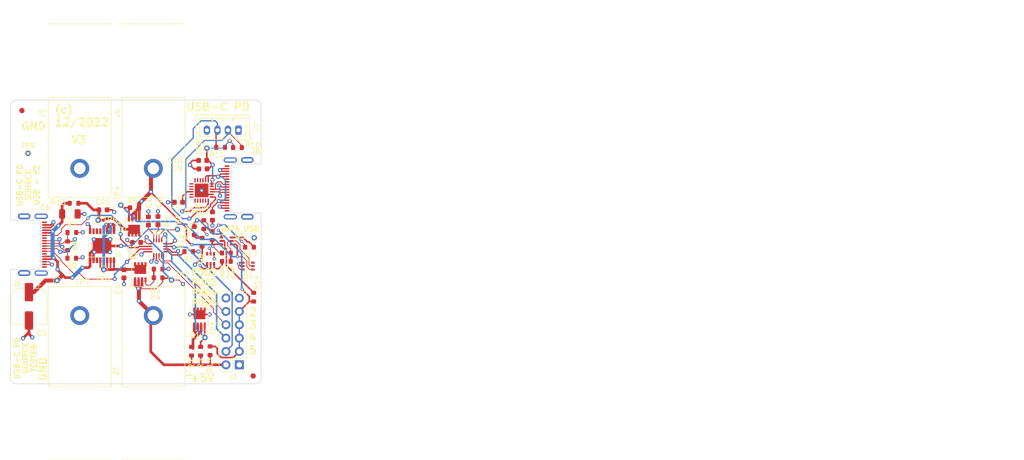
<source format=kicad_pcb>
(kicad_pcb (version 20211014) (generator pcbnew)
  (layers (0 "F.Cu" signal) (1 "In1.Cu" signal) (2 "In2.Cu" signal) (31 "B.Cu" signal) (34 "B.Paste" user) (35 "F.Paste" user) (36 "B.SilkS" user "B.Silkscreen") (37 "F.SilkS" user "F.Silkscreen") (38 "B.Mask" user) (39 "F.Mask" user) (44 "Edge.Cuts" user))
  (net 0 "")
  (net 1 "Net-(Q1-Pad1)")
  (net 2 "Net-(Q1-Pad4)")
  (net 3 "GND")
  (net 4 "/+5V")
  (net 5 "Net-(Q2-Pad4)")
  (net 6 "IN")
  (net 7 "/GATE_USB_PD")
  (net 8 "Net-(R5-Pad2)")
  (net 9 "/VBUS")
  (net 10 "Net-(C1-Pad2)")
  (net 11 "Net-(C2-Pad2)")
  (net 12 "Net-(R1-Pad2)")
  (net 13 "Net-(J6-PadA7)")
  (net 14 "Net-(J6-PadA6)")
  (net 15 "/EXTVOLT")
  (net 17 "/CC1")
  (net 18 "/CC2")
  (net 19 "/SCL")
  (net 20 "/SDA")
  (net 21 "/PDO3")
  (net 22 "/PDO2")
  (net 23 "/PDO4")
  (net 24 "/PDO5")
  (net 30 "Net-(C7-Pad2)")
  (net 31 "/VBUS_DATA")
  (net 32 "/+3V3")
  (net 35 "/D+")
  (net 38 "/D-")
  (net 53 "Net-(D1-Pad2)")
  (net 54 "/PDOx")
  (net 55 "/EXTVOLT_in")
  (net 56 "Net-(Q5-Pad5)")
  (net 58 "Net-(Q5-Pad2)")
  (net 59 "Net-(Q5-Pad6)")
  (net 60 "Net-(Q6-Pad2)")
  (net 61 "Net-(Q6-Pad6)")
  (net 62 "Net-(R16-Pad2)")
  (footprint "TestPoint:TestPoint_THTPad_D1.0mm_Drill0.5mm" (layer "F.Cu") (at 101.2 95.2 180)
    (fp_text reference "TP10" hide)
    (fp_text value "TestPoint")
  )
  (footprint "Capacitor_SMD:C_0603_1608Metric" (layer "F.Cu") (at 93.25 91.07 90)
    (fp_text reference "C8")
    (fp_text value "1u")
  )
  (footprint "Resistor_SMD:R_0603_1608Metric" (layer "F.Cu") (at 78.4 89.49 180)
    (fp_text reference "R6")
    (fp_text value "100K")
  )
  (footprint "TestPoint:TestPoint_THTPad_D1.0mm_Drill0.5mm" (layer "F.Cu") (at 86.6 93.6)
    (fp_text reference "TP3")
    (fp_text value "TestPoint")
  )
  (footprint "parts:FCR7350" (layer "F.Cu") (at 82 82 -90)
    (fp_text reference "J4")
    (fp_text value "Conn_01x01_Female")
  )
  (footprint "TestPoint:TestPoint_THTPad_D1.0mm_Drill0.5mm" (layer "F.Cu") (at 85.47 103.25)
    (fp_text reference "TP2")
    (fp_text value "TestPoint")
  )
  (footprint "TestPoint:TestPoint_THTPad_D1.0mm_Drill0.5mm" (layer "F.Cu") (at 92.18 78.15 90)
    (fp_text reference "TP8")
    (fp_text value "TestPoint")
  )
  (footprint "Resistor_SMD:R_0603_1608Metric" (layer "F.Cu") (at 98.01 78.04)
    (fp_text reference "R10")
    (fp_text value "4.7K")
  )
  (footprint "Resistor_SMD:R_0603_1608Metric" (layer "F.Cu") (at 100.3 97)
    (fp_text reference "R17")
    (fp_text value "0R")
  )
  (footprint "Resistor_SMD:R_0603_1608Metric" (layer "F.Cu") (at 91.27 96.07 -90)
    (fp_text reference "R12")
    (fp_text value "10K")
  )
  (footprint "Resistor_SMD:R_0603_1608Metric" (layer "F.Cu") (at 89.27 116.79 -90)
    (fp_text reference "R2")
    (fp_text value "1.5K")
  )
  (footprint "TestPoint:TestPoint_THTPad_D1.0mm_Drill0.5mm" (layer "F.Cu") (at 75.8 89)
    (fp_text reference "TP4")
    (fp_text value "TestPoint")
  )
  (footprint "Resistor_SMD:R_0603_1608Metric" (layer "F.Cu") (at 82.91 102.82 180)
    (fp_text reference "R4")
    (fp_text value "10K")
  )
  (footprint "Capacitor_SMD:C_0603_1608Metric" (layer "F.Cu") (at 91.39 80.48)
    (fp_text reference "C10")
    (fp_text value "100n")
  )
  (footprint "parts:USB_C_Receptacle_Hirose_CX90M-16P" (layer "F.Cu") (at 98.88 85.81 90)
    (fp_text reference "J8")
    (fp_text value "USB_C_Receptacle_USB2.0")
    (fp_line (start 4.175 -2.1) (end -4.175 -2.1) (layer "Edge.Cuts") (width 0.1))
    (fp_line (start 4.675 3.62) (end 4.675 -1.6) (layer "Edge.Cuts") (width 0.1))
    (fp_line (start -4.675 -1.6) (end -4.675 3.62) (layer "Edge.Cuts") (width 0.1))
    (fp_arc (start -4.675 -1.6) (mid -4.528553 -1.953553) (end -4.175 -2.1) (layer "Edge.Cuts") (width 0.1))
    (fp_arc (start 4.175 -2.1) (mid 4.528553 -1.953553) (end 4.675 -1.6) (layer "Edge.Cuts") (width 0.1))
  )
  (footprint "Resistor_SMD:R_0603_1608Metric" (layer "F.Cu") (at 95.9 99.7 180)
    (fp_text reference "R20")
    (fp_text value "0R")
  )
  (footprint "Resistor_SMD:R_0603_1608Metric" (layer "F.Cu") (at 91.6 92.7 -90)
    (fp_text reference "R18")
    (fp_text value "4.7K")
  )
  (footprint "Resistor_SMD:R_0603_1608Metric" (layer "F.Cu") (at 65.7 96.725 -90)
    (fp_text reference "R8")
    (fp_text value "100R")
  )
  (footprint "Capacitor_SMD:C_0603_1608Metric" (layer "F.Cu") (at 72.43 89.89 180)
    (fp_text reference "C11")
    (fp_text value "100n")
  )
  (footprint "Resistor_SMD:R_0603_1608Metric" (layer "F.Cu") (at 92.8 116.7 90)
    (fp_text reference "R15")
    (fp_text value "1K")
  )
  (footprint "parts:FCR7350" (layer "F.Cu") (at 82 110 90)
    (fp_text reference "J1")
    (fp_text value "Conn_01x01_Female")
  )
  (footprint "Resistor_SMD:R_0603_1608Metric" (layer "F.Cu") (at 94.8 78 180)
    (fp_text reference "R11")
    (fp_text value "4.7K")
  )
  (footprint "Connector_JST:JST_PH_B4B-PH-K_1x04_P2.00mm_Vertical" (layer "F.Cu") (at 98.2 74.73 180)
    (fp_text reference "J7")
    (fp_text value "Conn_01x04_Male")
  )
  (footprint "Package_TO_SOT_SMD:SOT-363_SC-70-6" (layer "F.Cu") (at 100 100.6 180)
    (fp_text reference "Q4")
    (fp_text value "BC856BDW1")
  )
  (footprint "Resistor_SMD:R_0603_1608Metric" (layer "F.Cu") (at 66.5 94.2)
    (fp_text reference "R7")
    (fp_text value "DNP")
  )
  (footprint "Capacitor_SMD:C_0603_1608Metric" (layer "F.Cu") (at 91.45 82.1)
    (fp_text reference "C9")
    (fp_text value "2.2u")
  )
  (footprint "Resistor_SMD:R_0603_1608Metric" (layer "F.Cu") (at 93.2 94.8 90)
    (fp_text reference "R16")
    (fp_text value "10K")
  )
  (footprint "LED_SMD:LED_0603_1608Metric" (layer "F.Cu") (at 89.8 93.87 -90)
    (fp_text reference "D1")
    (fp_text value "LED")
  )
  (footprint "Capacitor_SMD:CP_Elec_6.3x5.4_Nichicon" (layer "F.Cu") (at 58.33 108.25 -90)
    (fp_text reference "C5")
    (fp_text value "10u")
  )
  (footprint "Capacitor_SMD:C_0603_1608Metric" (layer "F.Cu") (at 82.88 91.94 -90)
    (fp_text reference "C2")
    (fp_text value "1u")
  )
  (footprint "parts:QFN-16_3x3_Pitch0.5mm" (layer "F.Cu") (at 82.84 97.1)
    (fp_text reference "U1")
    (fp_text value "STUSB4710")
  )
  (footprint "TestPoint:TestPoint_THTPad_D1.0mm_Drill0.5mm" (layer "F.Cu") (at 58.15 79.13)
    (fp_text reference "TP9")
    (fp_text value "TestPoint")
  )
  (footprint "parts:FCR7350" (layer "F.Cu") (at 68 110 90)
    (fp_text reference "J2")
    (fp_text value "Conn_01x01_Female")
  )
  (footprint "Capacitor_SMD:C_1206_3216Metric" (layer "F.Cu") (at 66.12 90.67 180)
    (fp_text reference "C6")
    (fp_text value "100n")
  )
  (footprint "Package_SO:Vishay_PowerPAK_1212-8_Single" (layer "F.Cu") (at 78.34 93.04 -90)
    (fp_text reference "Q3")
    (fp_text value "SISA01DN-T1-GE3")
  )
  (footprint "Package_DFN_QFN:QFN-24-1EP_4x4mm_P0.5mm_EP2.6x2.6mm" (layer "F.Cu") (at 91.19 86.2 180)
    (fp_text reference "U3")
    (fp_text value "CP2112")
  )
  (footprint "Resistor_SMD:R_0603_1608Metric" (layer "F.Cu") (at 82.92 101.17)
    (fp_text reference "R5")
    (fp_text value "2.2K")
  )
  (footprint "parts:16-LeadPlasticTSSOP_ANALOG" (layer "F.Cu") (at 72.24 96.72 180)
    (fp_text reference "U2")
    (fp_text value "LTC4358*FE")
  )
  (footprint "TestPoint:TestPoint_THTPad_D1.0mm_Drill0.5mm" (layer "F.Cu") (at 63.68 103.34 -90)
    (fp_text reference "TP7")
    (fp_text value "TestPoint")
  )
  (footprint "TestPoint:TestPoint_THTPad_D1.0mm_Drill0.5mm" (layer "F.Cu") (at 71.48 91.87)
    (fp_text reference "TP5")
    (fp_text value "TestPoint")
  )
  (footprint "Resistor_SMD:R_0603_1608Metric" (layer "F.Cu") (at 66.91 88.64)
    (fp_text reference "R13")
    (fp_text value "0R")
  )
  (footprint "Resistor_SMD:R_0603_1608Metric" (layer "F.Cu") (at 88.75 97.83 180)
    (fp_text reference "R1")
    (fp_text value "100K")
  )
  (footprint "Package_TO_SOT_SMD:SOT-363_SC-70-6" (layer "F.Cu") (at 95.9 95.8)
    (fp_text reference "Q5")
    (fp_text value "BC846BS")
  )
  (footprint "Fiducial:Fiducial_1mm_Mask2mm" (layer "F.Cu") (at 57 71)
    (fp_text reference "FID2" hide)
    (fp_text value "Fiducial")
  )
  (footprint "Resistor_SMD:R_0603_1608Metric" (layer "F.Cu") (at 66.475 99.1 180)
    (fp_text reference "R9")
    (fp_text value "DNP")
  )
  (footprint "Resistor_SMD:R_0603_1608Metric" (layer "F.Cu") (at 101.1 106.5 -90)
    (fp_text reference "R14")
    (fp_text value "4.7K")
  )
  (footprint "Package_SO:Vishay_PowerPAK_1212-8_Single" (layer "F.Cu") (at 79.52 101.78 90)
    (fp_text reference "Q2")
    (fp_text value "SISA01DN-T1-GE3")
  )
  (footprint "Package_TO_SOT_SMD:SOT-363_SC-70-6" (layer "F.Cu") (at 92.9 99.2 -90)
    (fp_text reference "Q6")
    (fp_text value "BC846BS")
  )
  (footprint "TestPoint:TestPoint_THTPad_D1.0mm_Drill0.5mm" (layer "F.Cu") (at 91.83 114.19 180)
    (fp_text reference "TP1")
    (fp_text value "TestPoint")
  )
  (footprint "parts:USB_C_Receptacle_Hirose_CX90M-16P" (layer "F.Cu") (at 58.42 96.52 -90)
    (fp_text reference "J6")
    (fp_text value "USB_C_Receptacle_USB2.0")
    (fp_line (start 4.175 -2.1) (end -4.175 -2.1) (layer "Edge.Cuts") (width 0.1))
    (fp_line (start 4.675 3.62) (end 4.675 -1.6) (layer "Edge.Cuts") (width 0.1))
    (fp_line (start -4.675 -1.6) (end -4.675 3.62) (layer "Edge.Cuts") (width 0.1))
    (fp_arc (start 4.175 -2.1) (mid 4.528553 -1.953553) (end 4.675 -1.6) (layer "Edge.Cuts") (width 0.1))
    (fp_arc (start -4.675 -1.6) (mid -4.528553 -1.953553) (end -4.175 -2.1) (layer "Edge.Cuts") (width 0.1))
  )
  (footprint "Resistor_SMD:R_0603_1608Metric" (layer "F.Cu") (at 91 116.79 -90)
    (fp_text reference "R3")
    (fp_text value "10K")
  )
  (footprint "Fiducial:Fiducial_1mm_Mask2mm" (layer "F.Cu") (at 101 121.5)
    (fp_text reference "FID1" hide)
    (fp_text value "Fiducial")
  )
  (footprint "Package_SO:Vishay_PowerPAK_1212-8_Single" (layer "F.Cu") (at 90.78 110.4 90)
    (fp_text reference "Q1")
    (fp_text value "SISA01DN-T1-GE3")
  )
  (footprint "TestPoint:TestPoint_THTPad_D1.0mm_Drill0.5mm" (layer "F.Cu") (at 72.56 101.27 -90)
    (fp_text reference "TP6")
    (fp_text value "TestPoint")
  )
  (footprint "Capacitor_SMD:C_0603_1608Metric" (layer "F.Cu") (at 81.06 92.01 -90)
    (fp_text reference "C1")
    (fp_text value "1u")
  )
  (footprint "parts:FCR7350" (layer "F.Cu") (at 68 82 -90)
    (fp_text reference "J5")
    (fp_text value "Conn_01x01_Female")
  )
  (footprint "Connector_PinHeader_2.54mm:PinHeader_2x06_P2.54mm_Vertical" (layer "F.Cu") (at 98.365 119.38 180)
    (fp_text reference "J3")
    (fp_text value "Conn_02x06_Odd_Even")
  )
  (footprint "Resistor_SMD:R_0603_1608Metric" (layer "F.Cu") (at 95.9 98.1)
    (fp_text reference "R19")
    (fp_text value "10K")
  )
  (footprint "Capacitor_SMD:C_0603_1608Metric" (layer "F.Cu") (at 76.41 102.06 90)
    (fp_text reference "C4")
    (fp_text value "100n")
  )
  (footprint "Capacitor_SMD:C_0603_1608Metric" (layer "F.Cu") (at 78.81 96.09)
    (fp_text reference "C3")
    (fp_text value "1u")
  )
  (footprint "Capacitor_SMD:C_0603_1608Metric" (layer "F.Cu") (at 86.79 88.45)
    (fp_text reference "C7")
    (fp_text value "4.7u")
  )
  (gr_line (start 54.8 101.195) (end 54.8 122) (layer "Edge.Cuts") (width 0.1))
  (gr_line (start 102.5 90.485) (end 102.5 122) (layer "Edge.Cuts") (width 0.1))
  (gr_arc (start 102.5 122) (mid 102.207107 122.707107) (end 101.5 123) (layer "Edge.Cuts") (width 0.1))
  (gr_line (start 102.5 81.135) (end 102.5 70) (layer "Edge.Cuts") (width 0.1))
  (gr_arc (start 101.5 69) (mid 102.207107 69.292893) (end 102.5 70) (layer "Edge.Cuts") (width 0.1))
  (gr_arc (start 55.8 123) (mid 55.092893 122.707107) (end 54.8 122) (layer "Edge.Cuts") (width 0.1))
  (gr_line (start 55.8 123) (end 101.5 123) (layer "Edge.Cuts") (width 0.1))
  (gr_arc (start 54.8 70.2) (mid 55.151472 69.351472) (end 56 69) (layer "Edge.Cuts") (width 0.1))
  (gr_line (start 56 69) (end 101.5 69) (layer "Edge.Cuts") (width 0.1))
  (gr_line (start 54.8 91.845) (end 54.8 70.2) (layer "Edge.Cuts") (width 0.1))
  (gr_text "+5V" (at 91.3 121.9) (layer "F.SilkS") (effects (font (size 1.5 1.5) (thickness 0.3))))
  (gr_text "(c)\n12/2022" (at 63.11 72.02) (layer "F.SilkS") (effects (font (size 1.5 1.5) (thickness 0.3)) (justify left)))
  (gr_text "DATA USB" (at 98.55 93.47) (layer "F.SilkS") (effects (font (size 1 1) (thickness 0.25))))
  (gr_text "USB-C PD\nSOURCE\nUSB - V3" (at 58.2 85.2 90) (layer "F.SilkS") (effects (font (size 1 1) (thickness 0.25))))
  (gr_text "GND\n" (at 60.95 120.18 90) (layer "F.SilkS") (effects (font (size 1.5 1.5) (thickness 0.3))))
  (gr_text "USB-C PD\n" (at 94.32 70.3) (layer "F.SilkS") (effects (font (size 1.5 1.5) (thickness 0.3))))
  (gr_text "PDO2\nPDO3\nPDO4\nPDO5" (at 91.7 104.7) (layer "F.SilkS") (effects (font (size 1.2 1.2) (thickness 0.3))))
  (gr_text "V3" (at 66.3 76.6) (layer "F.SilkS") (effects (font (size 1.5 1.5) (thickness 0.3)) (justify left)))
  (gr_text "2\n3\n4\n5" (at 100.93 113) (layer "F.SilkS") (effects (font (size 1.5 1.5) (thickness 0.3))))
  (gr_text "GND" (at 59.22 73.96) (layer "F.SilkS") (effects (font (size 1.5 1.5) (thickness 0.3))))
  (gr_text "USB-C PD\nSOURCE\nTESTER" (at 57.66 118.12 90) (layer "F.SilkS") (effects (font (size 1 1) (thickness 0.25))))
  (segment (start 90.45 111.835) (end 90.45 113.67) (width 0.508) (layer "F.Cu") (net 1))
  (segment (start 89.55 114.57) (end 89.55 116.275) (width 0.508) (layer "F.Cu") (net 1))
  (segment (start 89.79 111.835) (end 89.79 113.03) (width 0.508) (layer "F.Cu") (net 1))
  (segment (start 91.11 113.01) (end 90.44 113.68) (width 0.508) (layer "F.Cu") (net 1))
  (segment (start 89.79 113.03) (end 90.44 113.68) (width 0.508) (layer "F.Cu") (net 1))
  (segment (start 91.11 111.835) (end 91.11 113.01) (width 0.508) (layer "F.Cu") (net 1))
  (segment (start 90.44 113.68) (end 89.55 114.57) (width 0.508) (layer "F.Cu") (net 1))
  (segment (start 90.45 113.67) (end 90.44 113.68) (width 0.508) (layer "F.Cu") (net 1))
  (segment (start 83.59 95.23) (end 84.26 94.56) (width 0.1524) (layer "F.Cu") (net 2))
  (segment (start 91 115.965) (end 91 115.02) (width 0.3048) (layer "F.Cu") (net 2))
  (segment (start 91 115.02) (end 91.83 114.19) (width 0.3048) (layer "F.Cu") (net 2))
  (segment (start 91.77 111.835) (end 91.77 114.13) (width 0.3048) (layer "F.Cu") (net 2))
  (segment (start 83.59 95.7) (end 83.59 95.23) (width 0.1524) (layer "F.Cu") (net 2))
  (via (at 84.26 94.56) (size 0.8) (drill 0.4) (layers "F.Cu" "B.Cu") (net 2))
  (segment (start 84.5 97.4) (end 85.5 98.4) (width 0.3048) (layer "B.Cu") (net 2))
  (segment (start 85.5 98.4) (end 85.5 99.8) (width 0.3048) (layer "B.Cu") (net 2))
  (segment (start 84.5 94.8) (end 84.5 97.4) (width 0.3048) (layer "B.Cu") (net 2))
  (segment (start 85.5 99.8) (end 90 104.3) (width 0.3048) (layer "B.Cu") (net 2))
  (segment (start 84.26 94.56) (end 84.5 94.8) (width 0.3048) (layer "B.Cu") (net 2))
  (segment (start 90 112.36) (end 91.83 114.19) (width 0.3048) (layer "B.Cu") (net 2))
  (segment (start 90 104.3) (end 90 112.36) (width 0.3048) (layer "B.Cu") (net 2))
  (segment (start 61.27 92.77) (end 62.45 92.77) (width 0.3048) (layer "F.Cu") (net 3))
  (segment (start 69.81 92.79) (end 69.62 92.6) (width 0.3048) (layer "F.Cu") (net 3))
  (segment (start 98.2 100.9) (end 98.2 100.2) (width 0.1524) (layer "F.Cu") (net 3))
  (segment (start 94.97 82.06) (end 94.7 82.33) (width 0.25) (layer "F.Cu") (net 3))
  (segment (start 61.27 99.77) (end 62.17 99.77) (width 0.1524) (layer "F.Cu") (net 3))
  (segment (start 62.99 92.77) (end 62.99 92.25) (width 0.3048) (layer "F.Cu") (net 3))
  (segment (start 95.865 89.56) (end 95.03 89.56) (width 0.25) (layer "F.Cu") (net 3))
  (segment (start 86.015 88.45) (end 84.8 88.45) (width 0.25) (layer "F.Cu") (net 3))
  (segment (start 94.93 82.56) (end 94.7 82.33) (width 0.25) (layer "F.Cu") (net 3))
  (segment (start 93.55 98.45) (end 93.55 99.15) (width 0.1524) (layer "F.Cu") (net 3))
  (segment (start 58.33 113.52) (end 58.96 114.15) (width 0.508) (layer "F.Cu") (net 3))
  (segment (start 92.9 100.15) (end 92.9 100.9) (width 0.3048) (layer "F.Cu") (net 3))
  (segment (start 92.3 101.1) (end 91.5 101.1) (width 0.3048) (layer "F.Cu") (net 3))
  (segment (start 94.95 95.15) (end 94.95 94.35) (width 0.3048) (layer "F.Cu") (net 3))
  (segment (start 94.74 89.27) (end 94.63 89.27) (width 0.25) (layer "F.Cu") (net 3))
  (segment (start 95.865 82.56) (end 94.93 82.56) (width 0.25) (layer "F.Cu") (net 3))
  (segment (start 61.27 100.27) (end 62.67 100.27) (width 0.1524) (layer "F.Cu") (net 3))
  (segment (start 90.59 97.83) (end 89.575 97.83) (width 0.25) (layer "F.Cu") (net 3))
  (segment (start 95.865 89.06) (end 94.84 89.06) (width 0.25) (layer "F.Cu") (net 3))
  (segment (start 91.5 101.1) (end 90.9 100.5) (width 0.3048) (layer "F.Cu") (net 3))
  (segment (start 89.49 80.48) (end 90.615 80.48) (width 0.3048) (layer "F.Cu") (net 3))
  (segment (start 94.84 89.06) (end 94.63 89.27) (width 0.25) (layer "F.Cu") (net 3))
  (segment (start 78.035 96.09) (end 77.49 96.09) (width 0.1524) (layer "F.Cu") (net 3))
  (segment (start 61.27 93.27) (end 62.49 93.27) (width 0.3048) (layer "F.Cu") (net 3))
  (segment (start 98.6 100.6) (end 98.2 100.2) (width 0.3048) (layer "F.Cu") (net 3))
  (segment (start 88.99 81.36) (end 89.73 82.1) (width 0.3048) (layer "F.Cu") (net 3))
  (segment (start 62.67 100.27) (end 62.7 100.3) (width 0.1524) (layer "F.Cu") (net 3))
  (segment (start 58.33 110.95) (end 58.33 113.2) (width 0.508) (layer "F.Cu") (net 3))
  (segment (start 94.84 89.37) (end 94.74 89.27) (width 0.25) (layer "F.Cu") (net 3))
  (segment (start 58.33 113.2) (end 57.2 114.33) (width 0.508) (layer "F.Cu") (net 3))
  (segment (start 92.7 101.1) (end 92.3 101.1) (width 0.3048) (layer "F.Cu") (net 3))
  (segment (start 89 109.8) (end 90.7375 109.8) (width 0.3048) (layer "F.Cu") (net 3))
  (segment (start 92.7 109.8) (end 90.8225 109.8) (width 0.3048) (layer "F.Cu") (net 3))
  (segment (start 62.49 93.27) (end 62.99 92.77) (width 0.3048) (layer "F.Cu") (net 3))
  (segment (start 92.9 100.9) (end 92.7 101.1) (width 0.3048) (layer "F.Cu") (net 3))
  (segment (start 95.03 89.56) (end 94.84 89.37) (width 0.25) (layer "F.Cu") (net 3))
  (segment (start 67.3 99.1) (end 68.36 99.1) (width 0.1524) (layer "F.Cu") (net 3))
  (segment (start 98.55 101.25) (end 98.2 100.9) (width 0.1524) (layer "F.Cu") (net 3))
  (segment (start 67.325 94.2) (end 68.52 94.2) (width 0.1524) (layer "F.Cu") (net 3))
  (segment (start 69.62 92.6) (end 69.5 92.6) (width 0.3048) (layer "F.Cu") (net 3))
  (segment (start 82.88 90.17) (end 82.88 91.165) (width 0.1524) (layer "F.Cu") (net 3))
  (segment (start 99.05 100.6) (end 98.6 100.6) (width 0.3048) (layer "F.Cu") (net 3))
  (segment (start 98.45 99.95) (end 98.2 100.2) (width 0.3048) (layer "F.Cu") (net 3))
  (segment (start 92.25 100.15) (end 92.25 101.05) (width 0.3048) (layer "F.Cu") (net 3))
  (segment (start 58.33 113.2) (end 58.33 113.52) (width 0.508) (layer "F.Cu") (net 3))
  (segment (start 95.865 82.06) (end 94.97 82.06) (width 0.25) (layer "F.Cu") (net 3))
  (segment (start 93.1275 86.95) (end 91.94 86.95) (width 0.25) (layer "F.Cu") (net 3))
  (segment (start 77.49 96.09) (end 77.03 95.63) (width 0.1524) (layer "F.Cu") (net 3))
  (segment (start 82.59 98.5) (end 82.59 99.747252) (width 0.25) (layer "F.Cu") (net 3))
  (segment (start 99.05 101.25) (end 98.55 101.25) (width 0.1524) (layer "F.Cu") (net 3))
  (segment (start 82.59 99.747252) (end 82.608851 99.766103) (width 0.25) (layer "F.Cu") (net 3))
  (segment (start 93.55 99.15) (end 93.6 99.2) (width 0.1524) (layer "F.Cu") (net 3))
  (segment (start 68.36 99.1) (end 68.54 98.92) (width 0.1524) (layer "F.Cu") (net 3))
  (segment (start 76.4 104.01) (end 76.41 104.02) (width 0.25) (layer "F.Cu") (net 3))
  (segment (start 69.965 92.945) (end 69.81 92.79) (width 0.3048) (layer "F.Cu") (net 3))
  (segment (start 62.17 99.77) (end 62.7 100.3) (width 0.1524) (layer "F.Cu") (net 3))
  (segment (start 81.06 91.235) (end 81.06 90.2) (width 0.1524) (layer "F.Cu") (net 3))
  (segment (start 92.25 101.05) (end 92.3 101.1) (width 0.3048) (layer "F.Cu") (net 3))
  (segment (start 67.595 90.67) (end 68.9 90.67) (width 0.3048) (layer "F.Cu") (net 3))
  (segment (start 94.95 94.35) (end 94.4 93.8) (width 0.3048) (layer "F.Cu") (net 3))
  (segment (start 89.73 82.1) (end 90.675 82.1) (width 0.3048) (layer "F.Cu") (net 3))
  (segment (start 93.25 92.88) (end 93.25 91.845) (width 0.25) (layer "F.Cu") (net 3))
  (segment (start 74.15 89.89) (end 74.56 90.3) (width 0.3048) (layer "F.Cu") (net 3))
  (segment (start 69.965 93.945) (end 69.965 92.945) (width 0.3048) (layer "F.Cu") (net 3))
  (segment (start 62.99 92.25) (end 62.98 92.24) (width 0.1524) (layer "F.Cu") (net 3))
  (segment (start 88.99 80.98) (end 89.49 80.48) (width 0.3048) (layer "F.Cu") (net 3))
  (segment (start 99.05 99.95) (end 98.45 99.95) (width 0.3048) (layer "F.Cu") (net 3))
  (segment (start 68.52 94.2) (end 68.57 94.15) (width 0.1524) (layer "F.Cu") (net 3))
  (segment (start 76.4 102.98) (end 76.4 104.01) (width 0.25) (layer "F.Cu") (net 3))
  (segment (start 88.99 81.36) (end 88.99 80.98) (width 0.3048) (layer "F.Cu") (net 3))
  (segment (start 73.205 89.89) (end 74.15 89.89) (width 0.3048) (layer "F.Cu") (net 3))
  (segment (start 62.45 92.77) (end 62.98 92.24) (width 0.3048) (layer "F.Cu") (net 3))
  (via (at 82.88 90.17) (size 0.8) (drill 0.4) (layers "F.Cu" "B.Cu") (net 3))
  (via (at 81.06 90.2) (size 0.8) (drill 0.4) (layers "F.Cu" "B.Cu") (net 3))
  (via (at 68.57 94.15) (size 0.8) (drill 0.4) (layers "F.Cu" "B.Cu") (net 3))
  (via (at 82.608851 99.766103) (size 0.8) (drill 0.4) (layers "F.Cu" "B.Cu") (net 3))
  (via (at 93.6 99.2) (size 0.6096) (drill 0.3048) (layers "F.Cu" "B.Cu") (net 3))
  (via (at 57.2 114.33) (size 0.8) (drill 0.4) (layers "F.Cu" "B.Cu") (net 3))
  (via (at 94.63 89.27) (size 0.8) (drill 0.4) (layers "F.Cu" "B.Cu") (net 3))
  (via (at 62.7 100.3) (size 0.8) (drill 0.4) (layers "F.Cu" "B.Cu") (net 3))
  (via (at 68.54 98.92) (size 0.8) (drill 0.4) (layers "F.Cu" "B.Cu") (net 3))
  (via (at 90.9 100.5) (size 0.6096) (drill 0.3048) (layers "F.Cu" "B.Cu") (net 3))
  (via (at 90.59 97.83) (size 0.8) (drill 0.4) (layers "F.Cu" "B.Cu") (net 3))
  (via (at 94.7 82.33) (size 0.8) (drill 0.4) (layers "F.Cu" "B.Cu") (net 3))
  (via (at 98.2 100.2) (size 0.6096) (drill 0.3048) (layers "F.Cu" "B.Cu") (net 3))
  (via (at 91.19 86.2) (size 0.8) (drill 0.4) (layers "F.Cu" "B.Cu") (net 3))
  (via (at 76.41 104.02) (size 0.8) (drill 0.4) (layers "F.Cu" "B.Cu") (net 3))
  (via (at 74.56 90.3) (size 0.8) (drill 0.4) (layers "F.Cu" "B.Cu") (net 3))
  (via (at 89 109.8) (size 0.8) (drill 0.4) (layers "F.Cu" "B.Cu") (net 3))
  (via (at 84.8 88.45) (size 0.8) (drill 0.4) (layers "F.Cu" "B.Cu") (net 3))
  (via (at 77.03 95.63) (size 0.8) (drill 0.4) (layers "F.Cu" "B.Cu") (net 3))
  (via (at 88.99 81.36) (size 0.8) (drill 0.4) (layers "F.Cu" "B.Cu") (net 3))
  (via (at 62.98 92.24) (size 0.8) (drill 0.4) (layers "F.Cu" "B.Cu") (net 3))
  (via (at 93.25 92.88) (size 0.8) (drill 0.4) (layers "F.Cu" "B.Cu") (net 3))
  (via (at 69.5 92.6) (size 0.8) (drill 0.4) (layers "F.Cu" "B.Cu") (net 3))
  (via (at 58.96 114.15) (size 0.8) (drill 0.4) (layers "F.Cu" "B.Cu") (net 3))
  (via (at 68.9 90.67) (size 0.8) (drill 0.4) (layers "F.Cu" "B.Cu") (net 3))
  (via (at 94.4 93.8) (size 0.6096) (drill 0.3048) (layers "F.Cu" "B.Cu") (net 3))
  (via (at 92.7 109.8) (size 0.8) (drill 0.4) (layers "F.Cu" "B.Cu") (net 3))
  (segment (start 92.8 117.525) (end 92.8 119.2) (width 0.3048) (layer "F.Cu") (net 4))
  (segment (start 80.83 96.35) (end 80.45 95.97) (width 0.1524) (layer "F.Cu") (net 4))
  (segment (start 83.75 103.7) (end 83.75 102.835) (width 0.1524) (layer "F.Cu") (net 4))
  (segment (start 89.27 117.615) (end 89.27 119.13) (width 0.3048) (layer "F.Cu") (net 4))
  (segment (start 82.54 104.91) (end 83.75 103.7) (width 0.1524) (layer "F.Cu") (net 4))
  (segment (start 92.8 119.2) (end 92.98 119.38) (width 0.3048) (layer "F.Cu") (net 4))
  (segment (start 85.47 103.25) (end 85.12 102.9) (width 0.3048) (layer "F.Cu") (net 4))
  (segment (start 79.26 104.91) (end 82.54 104.91) (width 0.1524) (layer "F.Cu") (net 4))
  (segment (start 79.26 107.26) (end 82 110) (width 0.762) (layer "F.Cu") (net 4))
  (segment (start 91.26 119.38) (end 92.98 119.38) (width 0.508) (layer "F.Cu") (net 4))
  (segment (start 80.45 95.97) (end 80.45 95.39) (width 0.1524) (layer "F.Cu") (net 4))
  (segment (start 91.26 119.38) (end 89.52 119.38) (width 0.508) (layer "F.Cu") (net 4))
  (segment (start 79.26 104.91) (end 79.26 107.24) (width 0.762) (layer "F.Cu") (net 4))
  (segment (start 79.19 104.91) (end 79.23 104.95) (width 0.508) (layer "F.Cu") (net 4))
  (segment (start 79.14 104.86) (end 79.23 104.95) (width 0.508) (layer "F.Cu") (net 4))
  (segment (start 79.85 104.33) (end 79.23 104.95) (width 0.508) (layer "F.Cu") (net 4))
  (segment (start 78.53 104.25) (end 79.14 104.86) (width 0.508) (layer "F.Cu") (net 4))
  (segment (start 87.6419 104) (end 86.8919 103.25) (width 0.1524) (layer "F.Cu") (net 4))
  (segment (start 85.12 102.9) (end 83.815 102.9) (width 0.3048) (layer "F.Cu") (net 4))
  (segment (start 81.51 116.88) (end 81.51 110.49) (width 0.508) (layer "F.Cu") (net 4))
  (segment (start 79.19 103.215) (end 79.19 104.91) (width 0.508) (layer "F.Cu") (net 4))
  (segment (start 84.01 119.38) (end 81.51 116.88) (width 0.508) (layer "F.Cu") (net 4))
  (segment (start 89.52 119.38) (end 84.01 119.38) (width 0.508) (layer "F.Cu") (net 4))
  (segment (start 79.23 104.94) (end 79.26 104.91) (width 0.508) (layer "F.Cu") (net 4))
  (segment (start 91 119.12) (end 91.26 119.38) (width 0.3048) (layer "F.Cu") (net 4))
  (segment (start 79.85 103.215) (end 79.85 104.33) (width 0.508) (layer "F.Cu") (net 4))
  (segment (start 80.45 95.39) (end 80.73 95.11) (width 0.1524) (layer "F.Cu") (net 4))
  (segment (start 79.26 107.24) (end 79.26 107.26) (width 0.762) (layer "F.Cu") (net 4))
  (segment (start 78.53 103.215) (end 78.53 104.25) (width 0.508) (layer "F.Cu") (net 4))
  (segment (start 91.2948 96.9198) (end 91.2948 98.9452) (width 0.3048) (layer "F.Cu") (net 4))
  (segment (start 79.23 104.95) (end 79.23 104.94) (width 0.508) (layer "F.Cu") (net 4))
  (segment (start 81.44 96.35) (end 80.83 96.35) (width 0.1524) (layer "F.Cu") (net 4))
  (segment (start 91.2948 98.9452) (end 89.92 100.32) (width 0.3048) (layer "F.Cu") (net 4))
  (segment (start 89.27 119.13) (end 89.52 119.38) (width 0.3048) (layer "F.Cu") (net 4))
  (segment (start 91 117.615) (end 91 119.12) (width 0.3048) (layer "F.Cu") (net 4))
  (segment (start 92.98 119.38) (end 95.825 119.38) (width 0.508) (layer "F.Cu") (net 4))
  (segment (start 86.8919 103.25) (end 85.47 103.25) (width 0.1524) (layer "F.Cu") (net 4))
  (segment (start 80.45 95.97) (end 79.705 95.97) (width 0.1524) (layer "F.Cu") (net 4))
  (via (at 79.26 107.24) (size 0.8) (drill 0.4) (layers "F.Cu" "B.Cu") (net 4))
  (via (at 79.14 104.86) (size 0.8) (drill 0.4) (layers "F.Cu" "B.Cu") (net 4))
  (via (at 80.73 95.11) (size 0.8) (drill 0.4) (layers "F.Cu" "B.Cu") (net 4))
  (via (at 87.6419 104) (size 0.8) (drill 0.4) (layers "F.Cu" "B.Cu") (net 4))
  (via (at 89.92 100.32) (size 0.8) (drill 0.4) (layers "F.Cu" "B.Cu") (net 4))
  (segment (start 83.9 101.68) (end 85.47 103.25) (width 0.3048) (layer "B.Cu") (net 4))
  (segment (start 80.73 95.11) (end 83.9 98.28) (width 0.3048) (layer "B.Cu") (net 4))
  (segment (start 83.9 98.28) (end 83.9 101.68) (width 0.3048) (layer "B.Cu") (net 4))
  (segment (start 80.51 103.215) (end 80.51 103.99) (width 0.1524) (layer "F.Cu") (net 5))
  (segment (start 81.42 104.22) (end 82.085 103.555) (width 0.1524) (layer "F.Cu") (net 5))
  (segment (start 80.74 104.22) (end 81.42 104.22) (width 0.1524) (layer "F.Cu") (net 5))
  (segment (start 82.085 103.555) (end 82.085 102.82) (width 0.1524) (layer "F.Cu") (net 5))
  (segment (start 80.51 103.99) (end 80.74 104.22) (width 0.1524) (layer "F.Cu") (net 5))
  (segment (start 82.095 101.17) (end 82.095 102.81) (width 0.25) (layer "F.Cu") (net 5))
  (segment (start 76.4325 101.2225) (end 74.3275 101.2225) (width 0.508) (layer "F.Cu") (net 6))
  (segment (start 74.28 101.27) (end 73.15 101.27) (width 0.508) (layer "F.Cu") (net 6))
  (segment (start 79.52 101.2225) (end 76.4325 101.2225) (width 0.508) (layer "F.Cu") (net 6))
  (segment (start 73.01 92.66) (end 72.565 93.105) (width 0.508) (layer "F.Cu") (net 6))
  (segment (start 71.915 99.495) (end 71.915 100.795) (width 0.3048) (layer "F.Cu") (net 6))
  (segment (start 72.565 93.105) (end 72.565 93.945) (width 0.508) (layer "F.Cu") (net 6))
  (segment (start 72.58 101.27) (end 73.15 101.27) (width 0.508) (layer "F.Cu") (net 6))
  (segment (start 74.515 92.835) (end 74.34 92.66) (width 0.508) (layer "F.Cu") (net 6))
  (segment (start 73.88 92.66) (end 73.01 92.66) (width 0.508) (layer "F.Cu") (net 6))
  (segment (start 74.515 101.035) (end 74.28 101.27) (width 0.3048) (layer "F.Cu") (net 6))
  (segment (start 73.215 99.495) (end 73.215 101.205) (width 0.3048) (layer "F.Cu") (net 6))
  (segment (start 74.515 93.945) (end 74.515 92.835) (width 0.508) (layer "F.Cu") (net 6))
  (segment (start 73.865 93.945) (end 73.865 92.675) (width 0.508) (layer "F.Cu") (net 6))
  (segment (start 72.565 99.495) (end 72.565 101.255) (width 0.3048) (layer "F.Cu") (net 6))
  (segment (start 71.915 100.795) (end 72.39 101.27) (width 0.3048) (layer "F.Cu") (net 6))
  (segment (start 74.515 99.495) (end 74.515 101.035) (width 0.3048) (layer "F.Cu") (net 6))
  (segment (start 73.15 101.27) (end 73.865 101.27) (width 0.508) (layer "F.Cu") (net 6))
  (segment (start 73.215 93.325) (end 73.215 93.945) (width 0.508) (layer "F.Cu") (net 6))
  (segment (start 73.865 101.27) (end 73.865 99.495) (width 0.3048) (layer "F.Cu") (net 6))
  (segment (start 73.215 101.205) (end 73.15 101.27) (width 0.3048) (layer "F.Cu") (net 6))
  (segment (start 74.3275 101.2225) (end 74.28 101.27) (width 0.508) (layer "F.Cu") (net 6))
  (segment (start 73.88 92.66) (end 73.215 93.325) (width 0.508) (layer "F.Cu") (net 6))
  (segment (start 74.34 92.66) (end 73.88 92.66) (width 0.508) (layer "F.Cu") (net 6))
  (segment (start 73.865 92.675) (end 73.88 92.66) (width 0.508) (layer "F.Cu") (net 6))
  (via (at 73.01 92.66) (size 0.6096) (drill 0.3048) (layers "F.Cu" "B.Cu") (net 6))
  (via (at 73.88 92.66) (size 0.6096) (drill 0.3048) (layers "F.Cu" "B.Cu") (net 6))
  (segment (start 73.88 93.83) (end 73.88 92.66) (width 0.508) (layer "B.Cu") (net 6))
  (segment (start 73.01 92.66) (end 72.56 93.11) (width 0.508) (layer "B.Cu") (net 6))
  (segment (start 72.56 101.27) (end 72.56 95.15) (width 0.508) (layer "B.Cu") (net 6))
  (segment (start 72.56 95.15) (end 73.88 93.83) (width 0.508) (layer "B.Cu") (net 6))
  (segment (start 72.56 93.11) (end 72.56 101.27) (width 0.508) (layer "B.Cu") (net 6))
  (segment (start 99.8 99.6) (end 99 98.8) (width 0.1524) (layer "F.Cu") (net 7))
  (segment (start 98 96.8) (end 97.65 96.45) (width 0.3048) (layer "F.Cu") (net 7))
  (segment (start 99 98.8) (end 98 98.8) (width 0.1524) (layer "F.Cu") (net 7))
  (segment (start 77.35 91.605) (end 77.35 89.715) (width 0.3048) (layer "F.Cu") (net 7))
  (segment (start 77.575 89.49) (end 76.29 89.49) (width 0.3048) (layer "F.Cu") (net 7))
  (segment (start 97.65 96.45) (end 96.85 96.45) (width 0.3048) (layer "F.Cu") (net 7))
  (segment (start 100.95 101.25) (end 100.35 101.25) (width 0.1524) (layer "F.Cu") (net 7))
  (segment (start 98 98.8) (end 98 96.8) (width 0.3048) (layer "F.Cu") (net 7))
  (segment (start 100.35 101.25) (end 99.8 100.7) (width 0.1524) (layer "F.Cu") (net 7))
  (segment (start 76.29 89.49) (end 75.8 89) (width 0.3048) (layer "F.Cu") (net 7))
  (segment (start 99.8 100.7) (end 99.8 99.6) (width 0.1524) (layer "F.Cu") (net 7))
  (via (at 98 98.8) (size 0.6096) (drill 0.3048) (layers "F.Cu" "B.Cu") (net 7))
  (segment (start 97 98.8) (end 93.7 95.5) (width 0.3048) (layer "B.Cu") (net 7))
  (segment (start 86.7 92.6) (end 86.2 92.1) (width 0.3048) (layer "B.Cu") (net 7))
  (segment (start 98 98.8) (end 97 98.8) (width 0.3048) (layer "B.Cu") (net 7))
  (segment (start 88.2 92.6) (end 86.7 92.6) (width 0.3048) (layer "B.Cu") (net 7))
  (segment (start 86.2 92.1) (end 78.9 92.1) (width 0.3048) (layer "B.Cu") (net 7))
  (segment (start 91.1 95.5) (end 88.2 92.6) (width 0.3048) (layer "B.Cu") (net 7))
  (segment (start 78.9 92.1) (end 75.8 89) (width 0.3048) (layer "B.Cu") (net 7))
  (segment (start 93.7 95.5) (end 91.1 95.5) (width 0.3048) (layer "B.Cu") (net 7))
  (segment (start 84.9 101.1) (end 84.83 101.17) (width 0.25) (layer "F.Cu") (net 8))
  (segment (start 83.09 94.7) (end 84.1 93.69) (width 0.1524) (layer "F.Cu") (net 8))
  (segment (start 85.88 93.69) (end 85.97 93.6) (width 0.1524) (layer "F.Cu") (net 8))
  (segment (start 83.09 95.7) (end 83.09 94.7) (width 0.1524) (layer "F.Cu") (net 8))
  (segment (start 85.97 93.6) (end 86.48 93.6) (width 0.1524) (layer "F.Cu") (net 8))
  (segment (start 84.83 101.17) (end 83.745 101.17) (width 0.25) (layer "F.Cu") (net 8))
  (segment (start 85.79 93.69) (end 85.88 93.6) (width 0.1524) (layer "F.Cu") (net 8))
  (segment (start 84.1 93.69) (end 85.79 93.69) (width 0.1524) (layer "F.Cu") (net 8))
  (segment (start 85.79 93.69) (end 85.88 93.69) (width 0.1524) (layer "F.Cu") (net 8))
  (segment (start 85.88 93.6) (end 86.6 93.6) (width 0.1524) (layer "F.Cu") (net 8))
  (via (at 84.9 101.1) (size 0.8) (drill 0.4) (layers "F.Cu" "B.Cu") (net 8))
  (segment (start 71.38 96.72) (end 69.965 98.135) (width 0.508) (layer "F.Cu") (net 9))
  (segment (start 62.77 99.27) (end 63.02 99.02) (width 0.1524) (layer "F.Cu") (net 9))
  (segment (start 75.86 96.76) (end 72.28 96.76) (width 0.508) (layer "F.Cu") (net 9))
  (segment (start 62.56 94.27) (end 62.83 94) (width 0.1524) (layer "F.Cu") (net 9))
  (segment (start 63.78 101.32) (end 63.78 101.22) (width 0.508) (layer "F.Cu") (net 9))
  (segment (start 63.78 99.78) (end 63.02 99.02) (width 0.508) (layer "F.Cu") (net 9))
  (segment (start 66.085 88.64) (end 65.1 88.64) (width 0.508) (layer "F.Cu") (net 9))
  (segment (start 66.6 102.79) (end 65.25 102.79) (width 0.508) (layer "F.Cu") (net 9))
  (segment (start 64.64 89.1) (end 64.64 90.665) (width 0.508) (layer "F.Cu") (net 9))
  (segment (start 59.27 105.55) (end 61.48 103.34) (width 0.762) (layer "F.Cu") (net 9))
  (segment (start 64.645 92.185) (end 64.325 92.505) (width 0.508) (layer "F.Cu") (net 9))
  (segment (start 64.645 90.67) (end 64.645 92.185) (width 0.508) (layer "F.Cu") (net 9))
  (segment (start 58.33 105.55) (end 59.27 105.55) (width 0.762) (layer "F.Cu") (net 9))
  (segment (start 64.325 92.505) (end 62.83 94) (width 0.508) (layer "F.Cu") (net 9))
  (segment (start 85.52 96.35) (end 84.24 96.35) (width 0.25) (layer "F.Cu") (net 9))
  (segment (start 64.64 102.38) (end 64.64 102.18) (width 0.3048) (layer "F.Cu") (net 9))
  (segment (start 61.27 99.27) (end 62.77 99.27) (width 0.3048) (layer "F.Cu") (net 9))
  (segment (start 64.64 102.18) (end 63.78 101.32) (width 0.508) (layer "F.Cu") (net 9))
  (segment (start 69.965 99.495) (end 69.965 100.635) (width 0.508) (layer "F.Cu") (net 9))
  (segment (start 65.1 88.64) (end 64.64 89.1) (width 0.508) (layer "F.Cu") (net 9))
  (segment (start 61.27 94.27) (end 62.56 94.27) (width 0.3048) (layer "F.Cu") (net 9))
  (segment (start 69.965 98.135) (end 69.965 99.495) (width 0.508) (layer "F.Cu") (net 9))
  (segment (start 86.12 95.75) (end 85.52 96.35) (width 0.25) (layer "F.Cu") (net 9))
  (segment (start 63.78 101.22) (end 63.78 99.78) (width 0.508) (layer "F.Cu") (net 9))
  (segment (start 64.325 92.505) (end 63.915 92.915) (width 0.508) (layer "F.Cu") (net 9))
  (segment (start 70.615 97.945) (end 70.615 99.495) (width 0.508) (layer "F.Cu") (net 9))
  (segment (start 63.68 103.34) (end 64.64 102.38) (width 0.762) (layer "F.Cu") (net 9))
  (segment (start 61.27 93.77) (end 62.6 93.77) (width 0.3048) (layer "F.Cu") (net 9))
  (segment (start 62.77 98.77) (end 63.02 99.02) (width 0.1524) (layer "F.Cu") (net 9))
  (segment (start 69.965 100.635) (end 69.71 100.89) (width 0.508) (layer "F.Cu") (net 9))
  (segment (start 65.25 102.79) (end 64.64 102.18) (width 0.508) (layer "F.Cu") (net 9))
  (segment (start 62.6 93.77) (end 62.83 94) (width 0.1524) (layer "F.Cu") (net 9))
  (segment (start 61.48 103.34) (end 63.68 103.34) (width 0.762) (layer "F.Cu") (net 9))
  (segment (start 61.27 98.77) (end 62.77 98.77) (width 0.3048) (layer "F.Cu") (net 9))
  (segment (start 68.52 100.89) (end 69.71 100.89) (width 0.508) (layer "F.Cu") (net 9))
  (via (at 63.915 92.915) (size 0.8) (drill 0.4) (layers "F.Cu" "B.Cu") (net 9))
  (via (at 73.77 97.92) (size 0.8) (drill 0.4) (layers "F.Cu" "B.Cu") (net 9))
  (via (at 75.86 96.76) (size 0.8) (drill 0.4) (layers "F.Cu" "B.Cu") (net 9))
  (via (at 68.52 100.89) (size 0.8) (drill 0.4) (layers "F.Cu" "B.Cu") (net 9))
  (via (at 70.75 97.92) (size 0.8) (drill 0.4) (layers "F.Cu" "B.Cu") (net 9))
  (via (at 86.12 95.75) (size 0.8) (drill 0.4) (layers "F.Cu" "B.Cu") (net 9))
  (via (at 62.83 94) (size 0.8) (drill 0.4) (layers "F.Cu" "B.Cu") (net 9))
  (via (at 66.6 102.79) (size 0.8) (drill 0.4) (layers "F.Cu" "B.Cu") (net 9))
  (via (at 73.8 95.47) (size 0.8) (drill 0.4) (layers "F.Cu" "B.Cu") (net 9))
  (via (at 63.78 101.22) (size 0.8) (drill 0.4) (layers "F.Cu" "B.Cu") (net 9))
  (via (at 63.02 99.02) (size 0.8) (drill 0.4) (layers "F.Cu" "B.Cu") (net 9))
  (via (at 70.68 95.52) (size 0.8) (drill 0.4) (layers "F.Cu" "B.Cu") (net 9))
  (segment (start 75.86 96.76) (end 77.82 96.76) (width 0.25) (layer "B.Cu") (net 9))
  (segment (start 62.83 94) (end 63.915 92.915) (width 0.762) (layer "B.Cu") (net 9))
  (segment (start 81 93.58) (end 84.45 93.58) (width 0.25) (layer "B.Cu") (net 9))
  (segment (start 62.83 94.65) (end 62.83 98.83) (width 0.762) (layer "B.Cu") (net 9))
  (segment (start 84.45 93.58) (end 86.12 95.25) (width 0.25) (layer "B.Cu") (net 9))
  (segment (start 62.83 98.83) (end 63.02 99.02) (width 0.762) (layer "B.Cu") (net 9))
  (segment (start 62.83 94.65) (end 62.83 94) (width 0.762) (layer "B.Cu") (net 9))
  (segment (start 77.82 96.76) (end 81 93.58) (width 0.25) (layer "B.Cu") (net 9))
  (segment (start 68.5 100.89) (end 66.6 102.79) (width 0.762) (layer "B.Cu") (net 9))
  (segment (start 86.12 95.25) (end 86.12 95.75) (width 0.25) (layer "B.Cu") (net 9))
  (segment (start 68.52 100.89) (end 68.5 100.89) (width 0.3048) (layer "B.Cu") (net 9))
  (segment (start 82.09 95.7) (end 82.09 94.53) (width 0.1524) (layer "F.Cu") (net 10))
  (segment (start 82.09 94.53) (end 81.06 93.5) (width 0.1524) (layer "F.Cu") (net 10))
  (segment (start 81.06 93.5) (end 81.06 92.785) (width 0.1524) (layer "F.Cu") (net 10))
  (segment (start 82.59 95.7) (end 82.59 94.17) (width 0.1524) (layer "F.Cu") (net 11))
  (segment (start 82.94 93.82) (end 82.94 92.775) (width 0.1524) (layer "F.Cu") (net 11))
  (segment (start 82.59 94.17) (end 82.94 93.82) (width 0.1524) (layer "F.Cu") (net 11))
  (segment (start 84.24 97.85) (end 84.83 97.85) (width 0.25) (layer "F.Cu") (net 12))
  (segment (start 84.83 97.85) (end 85.45 98.47) (width 0.25) (layer "F.Cu") (net 12))
  (segment (start 87.285 98.47) (end 87.925 97.83) (width 0.25) (layer "F.Cu") (net 12))
  (segment (start 85.45 98.47) (end 87.285 98.47) (width 0.25) (layer "F.Cu") (net 12))
  (segment (start 65.25 95.95) (end 65.65 95.95) (width 0.1524) (layer "F.Cu") (net 13))
  (segment (start 66.65 95.9) (end 65.3 95.9) (width 0.1524) (layer "F.Cu") (net 13))
  (segment (start 63.664414 97.27) (end 61.27 97.27) (width 0.1524) (layer "F.Cu") (net 13))
  (segment (start 61.27 96.27) (end 64.8 96.27) (width 0.1524) (layer "F.Cu") (net 13))
  (segment (start 67.05 95.5) (end 66.65 95.9) (width 0.1524) (layer "F.Cu") (net 13))
  (segment (start 64.8 96.27) (end 65.12 95.95) (width 0.1524) (layer "F.Cu") (net 13))
  (segment (start 65.3 95.9) (end 65.25 95.95) (width 0.1524) (layer "F.Cu") (net 13))
  (segment (start 65.675 94.2) (end 65.675 95.875) (width 0.1524) (layer "F.Cu") (net 13))
  (segment (start 64.297207 97.902793) (end 63.664414 97.27) (width 0.1524) (layer "F.Cu") (net 13))
  (segment (start 65.12 95.95) (end 65.25 95.95) (width 0.1524) (layer "F.Cu") (net 13))
  (via (at 67.05 95.5) (size 0.8) (drill 0.4) (layers "F.Cu" "B.Cu") (net 13))
  (via (at 64.297207 97.902793) (size 0.8) (drill 0.4) (layers "F.Cu" "B.Cu") (net 13))
  (segment (start 67.05 96.35) (end 67.05 95.5) (width 0.3048) (layer "B.Cu") (net 13))
  (segment (start 65.497207 97.902793) (end 67.05 96.35) (width 0.3048) (layer "B.Cu") (net 13))
  (segment (start 64.297207 97.902793) (end 65.497207 97.902793) (width 0.3048) (layer "B.Cu") (net 13))
  (segment (start 64.12 96.77) (end 64.58 97.23) (width 0.1524) (layer "F.Cu") (net 14))
  (segment (start 65.7 97.55) (end 65.7 99.05) (width 0.1524) (layer "F.Cu") (net 14))
  (segment (start 64.9 97.55) (end 65.7 97.55) (width 0.1524) (layer "F.Cu") (net 14))
  (segment (start 63.85 95.77) (end 64.13 95.49) (width 0.1524) (layer "F.Cu") (net 14))
  (segment (start 64.65 97.16) (end 64.58 97.23) (width 0.1524) (layer "F.Cu") (net 14))
  (segment (start 64.58 97.23) (end 64.9 97.55) (width 0.1524) (layer "F.Cu") (net 14))
  (segment (start 64.65 96.9457) (end 64.65 97.16) (width 0.1524) (layer "F.Cu") (net 14))
  (segment (start 61.27 95.77) (end 63.85 95.77) (width 0.1524) (layer "F.Cu") (net 14))
  (segment (start 61.27 96.77) (end 64.12 96.77) (width 0.1524) (layer "F.Cu") (net 14))
  (via (at 64.13 95.49) (size 0.8) (drill 0.4) (layers "F.Cu" "B.Cu") (net 14))
  (via (at 64.65 96.9457) (size 0.8) (drill 0.4) (layers "F.Cu" "B.Cu") (net 14))
  (segment (start 64.13 95.49) (end 64.13 96.4257) (width 0.3048) (layer "B.Cu") (net 14))
  (segment (start 64.13 96.4257) (end 64.65 96.9457) (width 0.3048) (layer "B.Cu") (net 14))
  (segment (start 74.519578 91.57) (end 72.89 91.57) (width 0.508) (layer "F.Cu") (net 15))
  (segment (start 72.59 91.87) (end 71.48 91.87) (width 0.508) (layer "F.Cu") (net 15))
  (segment (start 70.59 89.9) (end 69.38 88.69) (width 0.508) (layer "F.Cu") (net 15))
  (segment (start 71.645 89.9) (end 70.59 89.9) (width 0.508) (layer "F.Cu") (net 15))
  (segment (start 76.547078 93.5975) (end 74.519578 91.57) (width 0.508) (layer "F.Cu") (net 15))
  (segment (start 78.34 93.5975) (end 76.547078 93.5975) (width 0.508) (layer "F.Cu") (net 15))
  (segment (start 72.89 91.57) (end 72.59 91.87) (width 0.508) (layer "F.Cu") (net 15))
  (segment (start 69.34 88.64) (end 67.735 88.64) (width 0.508) (layer "F.Cu") (net 15))
  (segment (start 69.38 88.68) (end 69.34 88.64) (width 0.508) (layer "F.Cu") (net 15))
  (segment (start 71.655 89.89) (end 71.655 91.695) (width 0.508) (layer "F.Cu") (net 15))
  (segment (start 69.38 88.69) (end 69.38 88.68) (width 0.508) (layer "F.Cu") (net 15))
  (segment (start 61.27 94.77) (end 63.78 94.77) (width 0.1524) (layer "F.Cu") (net 17))
  (segment (start 64.5 94.05) (end 64.5 93.52) (width 0.1524) (layer "F.Cu") (net 17))
  (segment (start 65.31 92.71) (end 68.34 92.71) (width 0.1524) (layer "F.Cu") (net 17))
  (segment (start 77.39 97.08) (end 75.77 95.46) (width 0.25) (layer "F.Cu") (net 17))
  (segment (start 63.78 94.77) (end 64.5 94.05) (width 0.1524) (layer "F.Cu") (net 17))
  (segment (start 75.77 95.46) (end 75.77 94.51) (width 0.25) (layer "F.Cu") (net 17))
  (segment (start 79.073604 97.08) (end 77.39 97.08) (width 0.25) (layer "F.Cu") (net 17))
  (segment (start 68.34 92.71) (end 69.565 91.485) (width 0.1524) (layer "F.Cu") (net 17))
  (segment (start 79.303604 96.85) (end 79.073604 97.08) (width 0.25) (layer "F.Cu") (net 17))
  (segment (start 64.5 93.52) (end 65.31 92.71) (width 0.1524) (layer "F.Cu") (net 17))
  (segment (start 81.44 96.85) (end 79.303604 96.85) (width 0.25) (layer "F.Cu") (net 17))
  (via (at 69.565 91.485) (size 0.6096) (drill 0.3048) (layers "F.Cu" "B.Cu") (net 17))
  (via (at 75.77 94.51) (size 0.8) (drill 0.4) (layers "F.Cu" "B.Cu") (net 17))
  (segment (start 75.77 92.68) (end 74.04 90.95) (width 0.25) (layer "B.Cu") (net 17))
  (segment (start 75.77 92.68) (end 75.77 94.51) (width 0.25) (layer "B.Cu") (net 17))
  (segment (start 74.04 90.95) (end 70.1 90.95) (width 0.25) (layer "B.Cu") (net 17))
  (segment (start 70.1 90.95) (end 69.565 91.485) (width 0.25) (layer "B.Cu") (net 17))
  (segment (start 69.07 103.08) (end 67.97 101.98) (width 0.1524) (layer "F.Cu") (net 18))
  (segment (start 64.41 99.33) (end 64.41 99.58) (width 0.1524) (layer "F.Cu") (net 18))
  (segment (start 74.65 103.04) (end 74.61 103.08) (width 0.25) (layer "F.Cu") (net 18))
  (segment (start 61.27 97.77) (end 62.85 97.77) (width 0.1524) (layer "F.Cu") (net 18))
  (segment (start 74.61 103.08) (end 69.07 103.08) (width 0.1524) (layer "F.Cu") (net 18))
  (segment (start 64.41 99.58) (end 66.81 101.98) (width 0.1524) (layer "F.Cu") (net 18))
  (segment (start 81.44 97.35) (end 79.44 97.35) (width 0.25) (layer "F.Cu") (net 18))
  (segment (start 79.44 97.35) (end 76.99 99.8) (width 0.25) (layer "F.Cu") (net 18))
  (segment (start 66.81 101.98) (end 67.97 101.98) (width 0.1524) (layer "F.Cu") (net 18))
  (segment (start 62.85 97.77) (end 64.41 99.33) (width 0.1524) (layer "F.Cu") (net 18))
  (via (at 76.99 99.8) (size 0.8) (drill 0.4) (layers "F.Cu" "B.Cu") (net 18))
  (via (at 74.65 103.04) (size 0.8) (drill 0.4) (layers "F.Cu" "B.Cu") (net 18))
  (segment (start 74.65 102.14) (end 76.99 99.8) (width 0.3048) (layer "B.Cu") (net 18))
  (segment (start 74.65 103.04) (end 74.65 102.14) (width 0.3048) (layer "B.Cu") (net 18))
  (segment (start 92.44 88.1375) (end 92.44 88.823604) (width 0.25) (layer "F.Cu") (net 19))
  (segment (start 80.27 97.85) (end 79.73 98.39) (width 0.25) (layer "F.Cu") (net 19))
  (segment (start 81.44 97.85) (end 80.27 97.85) (width 0.25) (layer "F.Cu") (net 19))
  (segment (start 92.44 88.823604) (end 91.793604 89.47) (width 0.25) (layer "F.Cu") (net 19))
  (segment (start 91.793604 89.47) (end 89.67 89.47) (width 0.25) (layer "F.Cu") (net 19))
  (segment (start 89.67 89.47) (end 88.95 90.19) (width 0.25) (layer "F.Cu") (net 19))
  (segment (start 98.835 77.645) (end 96.2 75.01) (width 0.1524) (layer "F.Cu") (net 19))
  (segment (start 88.95 90.19) (end 87.5 90.19) (width 0.25) (layer "F.Cu") (net 19))
  (via (at 79.73 98.39) (size 0.8) (drill 0.4) (layers "F.Cu" "B.Cu") (net 19))
  (via (at 87.5 90.19) (size 0.8) (drill 0.4) (layers "F.Cu" "B.Cu") (net 19))
  (segment (start 88.17 89.52) (end 87.5 90.19) (width 0.25) (layer "B.Cu") (net 19))
  (segment (start 88.17 80.27) (end 88.17 89.52) (width 0.25) (layer "B.Cu") (net 19))
  (segment (start 96.2 75.5) (end 95.02 76.68) (width 0.25) (layer "B.Cu") (net 19))
  (segment (start 95.02 76.68) (end 91.76 76.68) (width 0.25) (layer "B.Cu") (net 19))
  (segment (start 96.2 74.73) (end 96.2 75.5) (width 0.25) (layer "B.Cu") (net 19))
  (segment (start 91.76 76.68) (end 88.17 80.27) (width 0.25) (layer "B.Cu") (net 19))
  (segment (start 81.61 99.73) (end 82.09 99.25) (width 0.25) (layer "F.Cu") (net 20))
  (segment (start 93.71 87.45) (end 93.84 87.58) (width 0.25) (layer "F.Cu") (net 20))
  (segment (start 93.1275 87.45) (end 93.71 87.45) (width 0.25) (layer "F.Cu") (net 20))
  (segment (start 90.35 90.2) (end 88.98 91.57) (width 0.25) (layer "F.Cu") (net 20))
  (segment (start 91.84 90.2) (end 90.35 90.2) (width 0.25) (layer "F.Cu") (net 20))
  (segment (start 93.84 87.9025) (end 92.87 88.8725) (width 0.25) (layer "F.Cu") (net 20))
  (segment (start 88.98 91.57) (end 88.84 91.57) (width 0.25) (layer "F.Cu") (net 20))
  (segment (start 93.84 87.58) (end 93.84 87.9025) (width 0.25) (layer "F.Cu") (net 20))
  (segment (start 92.87 89.17) (end 91.84 90.2) (width 0.25) (layer "F.Cu") (net 20))
  (segment (start 92.87 88.8725) (end 92.87 89.17) (width 0.25) (layer "F.Cu") (net 20))
  (segment (start 82.09 99.25) (end 82.09 98.5) (width 0.25) (layer "F.Cu") (net 20))
  (segment (start 93.94 74.99) (end 93.94 77.965) (width 0.25) (layer "F.Cu") (net 20))
  (via (at 81.61 99.73) (size 0.8) (drill 0.4) (layers "F.Cu" "B.Cu") (net 20))
  (via (at 88.84 91.57) (size 0.8) (drill 0.4) (layers "F.Cu" "B.Cu") (net 20))
  (segment (start 89.6 74.43) (end 91.08 72.95) (width 0.25) (layer "B.Cu") (net 20))
  (segment (start 85.525 89.525) (end 85.525 80.285) (width 0.25) (layer "B.Cu") (net 20))
  (segment (start 85.525 80.285) (end 89.6 76.21) (width 0.25) (layer "B.Cu") (net 20))
  (segment (start 91.08 72.95) (end 93.77 72.95) (width 0.25) (layer "B.Cu") (net 20))
  (segment (start 89.6 76.21) (end 89.6 74.43) (width 0.25) (layer "B.Cu") (net 20))
  (segment (start 87.57 91.57) (end 85.525 89.525) (width 0.25) (layer "B.Cu") (net 20))
  (segment (start 94.2 73.38) (end 94.2 74.73) (width 0.25) (layer "B.Cu") (net 20))
  (segment (start 88.84 91.57) (end 87.57 91.57) (width 0.25) (layer "B.Cu") (net 20))
  (segment (start 93.77 72.95) (end 94.2 73.38) (width 0.25) (layer "B.Cu") (net 20))
  (segment (start 93.45 108.65) (end 93.45 109.385) (width 0.1524) (layer "F.Cu") (net 21))
  (segment (start 83.76904 99.97) (end 84.77 99.97) (width 0.1524) (layer "F.Cu") (net 21))
  (segment (start 93.45 109.385) (end 95.825 111.76) (width 0.1524) (layer "F.Cu") (net 21))
  (segment (start 83.09 98.5) (end 83.09 99.29096) (width 0.1524) (layer "F.Cu") (net 21))
  (segment (start 83.09 99.29096) (end 83.76904 99.97) (width 0.1524) (layer "F.Cu") (net 21))
  (segment (start 84.77 99.97) (end 93.45 108.65) (width 0.1524) (layer "F.Cu") (net 21))
  (segment (start 85.277627 99.6076) (end 89.2 103.529973) (width 0.1524) (layer "F.Cu") (net 22))
  (segment (start 83.59 99.07) (end 84.1276 99.6076) (width 0.1524) (layer "F.Cu") (net 22))
  (segment (start 89.629973 103.529973) (end 95.32 109.22) (width 0.1524) (layer "F.Cu") (net 22))
  (segment (start 95.32 109.22) (end 95.825 109.22) (width 0.1524) (layer "F.Cu") (net 22))
  (segment (start 89.2 103.529973) (end 89.629973 103.529973) (width 0.1524) (layer "F.Cu") (net 22))
  (segment (start 83.59 98.5) (end 83.59 99.07) (width 0.1524) (layer "F.Cu") (net 22))
  (segment (start 84.1276 99.6076) (end 85.277627 99.6076) (width 0.1524) (layer "F.Cu") (net 22))
  (segment (start 85.58 97.96) (end 86.4755 97.96) (width 0.25) (layer "F.Cu") (net 23))
  (segment (start 84.24 97.35) (end 84.97 97.35) (width 0.25) (layer "F.Cu") (net 23))
  (segment (start 86.4755 97.96) (end 86.69 97.7455) (width 0.25) (layer "F.Cu") (net 23))
  (segment (start 84.97 97.35) (end 85.58 97.96) (width 0.25) (layer "F.Cu") (net 23))
  (via (at 86.69 97.7455) (size 0.8) (drill 0.4) (layers "F.Cu" "B.Cu") (net 23))
  (segment (start 94.04 105.86) (end 86.69 98.51) (width 0.3048) (layer "B.Cu") (net 23))
  (segment (start 94.04 112.515) (end 94.04 105.86) (width 0.3048) (layer "B.Cu") (net 23))
  (segment (start 86.69 98.51) (end 86.69 97.7455) (width 0.3048) (layer "B.Cu") (net 23))
  (segment (start 95.825 114.3) (end 94.04 112.515) (width 0.3048) (layer "B.Cu") (net 23))
  (segment (start 84.24 96.85) (end 85.75 96.85) (width 0.25) (layer "F.Cu") (net 24))
  (segment (start 85.75 96.85) (end 85.92 97.02) (width 0.25) (layer "F.Cu") (net 24))
  (via (at 85.92 97.02) (size 0.8) (drill 0.4) (layers "F.Cu" "B.Cu") (net 24))
  (segment (start 97 106) (end 97 105.6) (width 0.25) (layer "B.Cu") (net 24))
  (segment (start 85.92 97.02) (end 88.36 97.02) (width 0.3048) (layer "B.Cu") (net 24))
  (segment (start 88.36 97.02) (end 97 105.66) (width 0.3048) (layer "B.Cu") (net 24))
  (segment (start 97 105.66) (end 97 106) (width 0.3048) (layer "B.Cu") (net 24))
  (segment (start 95.825 116.84) (end 97 115.665) (width 0.25) (layer "B.Cu") (net 24))
  (segment (start 97 115.665) (end 97 106) (width 0.25) (layer "B.Cu") (net 24))
  (segment (start 89.2525 86.45) (end 88.42 86.45) (width 0.25) (layer "F.Cu") (net 30))
  (segment (start 87.565 87.305) (end 87.565 88.45) (width 0.25) (layer "F.Cu") (net 30))
  (segment (start 88.42 86.45) (end 87.565 87.305) (width 0.25) (layer "F.Cu") (net 30))
  (segment (start 92.72 83.39) (end 92.73 83.4) (width 0.25) (layer "F.Cu") (net 31))
  (segment (start 94.84 83.06) (end 94.31 83.59) (width 0.25) (layer "F.Cu") (net 31))
  (segment (start 92.73 83.4) (end 94.12 83.4) (width 0.25) (layer "F.Cu") (net 31))
  (segment (start 92.21 83.39) (end 92.72 83.39) (width 0.25) (layer "F.Cu") (net 31))
  (segment (start 94.12 83.4) (end 94.31 83.59) (width 0.25) (layer "F.Cu") (net 31))
  (segment (start 93.25 89.43) (end 94.47 88.21) (width 0.25) (layer "F.Cu") (net 31))
  (segment (start 95.865 83.56) (end 94.34 83.56) (width 0.25) (layer "F.Cu") (net 31))
  (segment (start 95.865 88.56) (end 94.82 88.56) (width 0.25) (layer "F.Cu") (net 31))
  (segment (start 92.44 84.2625) (end 92.44 83.41) (width 0.25) (layer "F.Cu") (net 31))
  (segment (start 91.94 83.66) (end 92.21 83.39) (width 0.25) (layer "F.Cu") (net 31))
  (segment (start 95.865 88.06) (end 94.62 88.06) (width 0.25) (layer "F.Cu") (net 31))
  (segment (start 94.82 88.56) (end 94.47 88.21) (width 0.25) (layer "F.Cu") (net 31))
  (segment (start 95.865 83.06) (end 94.84 83.06) (width 0.25) (layer "F.Cu") (net 31))
  (segment (start 92.44 83.41) (end 92.45 83.4) (width 0.25) (layer "F.Cu") (net 31))
  (segment (start 91.94 84.2625) (end 91.94 83.66) (width 0.25) (layer "F.Cu") (net 31))
  (segment (start 94.34 83.56) (end 94.31 83.59) (width 0.25) (layer "F.Cu") (net 31))
  (segment (start 93.25 90.295) (end 93.25 89.43) (width 0.25) (layer "F.Cu") (net 31))
  (segment (start 92.45 83.4) (end 92.73 83.4) (width 0.25) (layer "F.Cu") (net 31))
  (segment (start 94.62 88.06) (end 94.47 88.21) (width 0.25) (layer "F.Cu") (net 31))
  (via (at 94.31 83.59) (size 0.8) (drill 0.4) (layers "F.Cu" "B.Cu") (net 31))
  (via (at 94.47 88.21) (size 0.8) (drill 0.4) (layers "F.Cu" "B.Cu") (net 31))
  (segment (start 95.05 83.59) (end 94.31 83.59) (width 0.25) (layer "B.Cu") (net 31))
  (segment (start 95.24 88.21) (end 95.71 87.74) (width 0.25) (layer "B.Cu") (net 31))
  (segment (start 95.71 84.25) (end 95.05 83.59) (width 0.25) (layer "B.Cu") (net 31))
  (segment (start 94.47 88.21) (end 95.24 88.21) (width 0.25) (layer "B.Cu") (net 31))
  (segment (start 95.71 87.74) (end 95.71 84.25) (width 0.25) (layer "B.Cu") (net 31))
  (segment (start 93.1275 84.3025) (end 93.25 84.18) (width 0.25) (layer "F.Cu") (net 32))
  (segment (start 92.18 78.15) (end 92.18 80.465) (width 0.3048) (layer "F.Cu") (net 32))
  (segment (start 93.29 81.34) (end 92.53 82.1) (width 0.3048) (layer "F.Cu") (net 32))
  (segment (start 92.53 82.1) (end 92.225 82.1) (width 0.3048) (layer "F.Cu") (net 32))
  (segment (start 93.29 81.34) (end 92.43 80.48) (width 0.3048) (layer "F.Cu") (net 32))
  (segment (start 93.1275 84.95) (end 93.1275 85.45) (width 0.25) (layer "F.Cu") (net 32))
  (segment (start 97.185 77.415) (end 96.53 76.76) (width 0.1524) (layer "F.Cu") (net 32))
  (segment (start 97.185 78.04) (end 97.185 77.415) (width 0.1524) (layer "F.Cu") (net 32))
  (segment (start 95.625 77.665) (end 96.53 76.76) (width 0.1524) (layer "F.Cu") (net 32))
  (segment (start 93.1275 84.95) (end 93.1275 84.3025) (width 0.25) (layer "F.Cu") (net 32))
  (via (at 96.53 76.76) (size 0.8) (drill 0.4) (layers "F.Cu" "B.Cu") (net 32))
  (via (at 93.25 84.18) (size 0.8) (drill 0.4) (layers "F.Cu" "B.Cu") (net 32))
  (via (at 93.29 81.34) (size 0.8) (drill 0.4) (layers "F.Cu" "B.Cu") (net 32))
  (segment (start 93.29 81.34) (end 93.29 84.14) (width 0.25) (layer "B.Cu") (net 32))
  (segment (start 96.53 76.76) (end 95.14 78.15) (width 0.1524) (layer "B.Cu") (net 32))
  (segment (start 95.14 78.15) (end 92.18 78.15) (width 0.1524) (layer "B.Cu") (net 32))
  (segment (start 93.29 84.14) (end 93.25 84.18) (width 0.25) (layer "B.Cu") (net 32))
  (segment (start 94.6 87.09) (end 94.6 87.12) (width 0.2) (layer "F.Cu") (net 35))
  (segment (start 94.55 86.56) (end 94.45 86.46) (width 0.2) (layer "F.Cu") (net 35))
  (segment (start 95.865 86.56) (end 94.55 86.56) (width 0.2) (layer "F.Cu") (net 35))
  (segment (start 95.03 85.56) (end 95.865 85.56) (width 0.2) (layer "F.Cu") (net 35))
  (segment (start 94.7195 85.44) (end 94.91 85.44) (width 0.2) (layer "F.Cu") (net 35))
  (segment (start 94.54 85.2605) (end 94.7195 85.44) (width 0.2) (layer "F.Cu") (net 35))
  (segment (start 94.6 86.61) (end 94.6 87.09) (width 0.2) (layer "F.Cu") (net 35))
  (segment (start 94.6 87.12) (end 94.67 87.19) (width 0.2) (layer "F.Cu") (net 35))
  (segment (start 94.45 86.46) (end 94.6 86.61) (width 0.2) (layer "F.Cu") (net 35))
  (segment (start 94.91 85.44) (end 95.03 85.56) (width 0.2) (layer "F.Cu") (net 35))
  (segment (start 94.45 86.46) (end 93.3475 86.46) (width 0.2) (layer "F.Cu") (net 35))
  (via (at 94.54 85.2605) (size 0.8) (drill 0.4) (layers "F.Cu" "B.Cu") (net 35))
  (via (at 94.67 87.19) (size 0.8) (drill 0.4) (layers "F.Cu" "B.Cu") (net 35))
  (segment (start 94.67 85.3905) (end 94.54 85.2605) (width 0.2) (layer "B.Cu") (net 35))
  (segment (start 94.67 87.19) (end 94.67 85.3905) (width 0.2) (layer "B.Cu") (net 35))
  (segment (start 93.84 84.97055) (end 93.84 85.95) (width 0.2) (layer "F.Cu") (net 38))
  (segment (start 95.32945 85.06) (end 94.82995 84.5605) (width 0.2) (layer "F.Cu") (net 38))
  (segment (start 94.82995 84.5605) (end 94.25005 84.5605) (width 0.2) (layer "F.Cu") (net 38))
  (segment (start 93.3475 85.96) (end 94.54 85.96) (width 0.2) (layer "F.Cu") (net 38))
  (segment (start 94.64 86.06) (end 95.865 86.06) (width 0.2) (layer "F.Cu") (net 38))
  (segment (start 94.25005 84.5605) (end 93.84 84.97055) (width 0.2) (layer "F.Cu") (net 38))
  (segment (start 94.54 85.96) (end 94.64 86.06) (width 0.2) (layer "F.Cu") (net 38))
  (segment (start 95.865 85.06) (end 95.32945 85.06) (width 0.2) (layer "F.Cu") (net 38))
  (segment (start 90.175 95.245) (end 91.27 95.245) (width 0.3048) (layer "F.Cu") (net 53))
  (segment (start 89.8 94.87) (end 90.175 95.245) (width 0.3048) (layer "F.Cu") (net 53))
  (segment (start 93.775 115.875) (end 94.1625 116.2625) (width 0.3048) (layer "F.Cu") (net 54))
  (segment (start 98.365 109.22) (end 100.26 107.325) (width 0.3048) (layer "F.Cu") (net 54))
  (segment (start 100.26 107.325) (end 100.26 106.36) (width 0.3048) (layer "F.Cu") (net 54))
  (segment (start 92.8 115.875) (end 93.775 115.875) (width 0.3048) (layer "F.Cu") (net 54))
  (segment (start 101.1 107.325) (end 100.26 107.325) (width 0.3048) (layer "F.Cu") (net 54))
  (segment (start 94.9198 117.9948) (end 97.2102 117.9948) (width 0.3048) (layer "F.Cu") (net 54))
  (segment (start 89.8 93.0825) (end 89.8 92.39) (width 0.3048) (layer "F.Cu") (net 54))
  (segment (start 89.8 92.39) (end 90.33 91.86) (width 0.3048) (layer "F.Cu") (net 54))
  (segment (start 94.1625 117.2375) (end 94.9198 117.9948) (width 0.3048) (layer "F.Cu") (net 54))
  (segment (start 94.1625 116.2625) (end 94.1625 117.2375) (width 0.3048) (layer "F.Cu") (net 54))
  (segment (start 97.2102 117.9948) (end 98.365 116.84) (width 0.3048) (layer "F.Cu") (net 54))
  (segment (start 100.26 106.36) (end 98.9 105) (width 0.3048) (layer "F.Cu") (net 54))
  (via (at 90.33 91.86) (size 0.8) (drill 0.4) (layers "F.Cu" "B.Cu") (net 54))
  (via (at 98.9 105) (size 0.6096) (drill 0.3048) (layers "F.Cu" "B.Cu") (net 54))
  (segment (start 98.8096 104.9096) (end 98.8096 98.2096) (width 0.3048) (layer "B.Cu") (net 54))
  (segment (start 98.9 105) (end 98.8096 104.9096) (width 0.3048) (layer "B.Cu") (net 54))
  (segment (start 90.76 91.86) (end 90.33 91.86) (width 0.3048) (layer "B.Cu") (net 54))
  (segment (start 98.8096 98.2096) (end 95.1 94.5) (width 0.3048) (layer "B.Cu") (net 54))
  (segment (start 93.4 94.5) (end 90.76 91.86) (width 0.3048) (layer "B.Cu") (net 54))
  (segment (start 95.1 94.5) (end 93.4 94.5) (width 0.3048) (layer "B.Cu") (net 54))
  (segment (start 98.365 111.76) (end 98.365 109.22) (width 0.25) (layer "B.Cu") (net 54))
  (segment (start 98.365 114.3) (end 98.365 111.76) (width 0.25) (layer "B.Cu") (net 54))
  (segment (start 98.365 116.84) (end 98.365 114.3) (width 0.25) (layer "B.Cu") (net 54))
  (segment (start 88.3 93.3) (end 88.3 95.6) (width 0.3048) (layer "F.Cu") (net 55))
  (segment (start 93.2 95.625) (end 93.2 96.7) (width 0.3048) (layer "F.Cu") (net 55))
  (segment (start 79.305 88.715) (end 79.305 89.78) (width 0.762) (layer "F.Cu") (net 55))
  (segment (start 94.95 96.45) (end 93.25 96.45) (width 0.3048) (layer "F.Cu") (net 55))
  (segment (start 81.55 86.55) (end 88.3 93.3) (width 0.3048) (layer "F.Cu") (net 55))
  (segment (start 89.2 96.5) (end 89.3 96.5) (width 0.3048) (layer "F.Cu") (net 55))
  (segment (start 78.67 91.605) (end 78.67 90.11) (width 0.508) (layer "F.Cu") (net 55))
  (segment (start 79.33 91.605) (end 79.33 89.595) (width 0.508) (layer "F.Cu") (net 55))
  (segment (start 78.01 90.77) (end 78.855 89.925) (width 0.508) (layer "F.Cu") (net 55))
  (segment (start 81.55 86.47) (end 79.305 88.715) (width 0.762) (layer "F.Cu") (net 55))
  (segment (start 78.855 89.925) (end 79.225 89.555) (width 0.508) (layer "F.Cu") (net 55))
  (segment (start 78.67 90.11) (end 78.855 89.925) (width 0.508) (layer "F.Cu") (net 55))
  (segment (start 88.3 95.6) (end 89.2 96.5) (width 0.3048) (layer "F.Cu") (net 55))
  (segment (start 78.01 91.605) (end 78.01 90.77) (width 0.508) (layer "F.Cu") (net 55))
  (segment (start 93.25 96.45) (end 93.25 96.75) (width 0.3048) (layer "F.Cu") (net 55))
  (segment (start 93.25 96.75) (end 93.3 96.8) (width 0.3048) (layer "F.Cu") (net 55))
  (segment (start 81.55 82) (end 81.55 86.47) (width 0.762) (layer "F.Cu") (net 55))
  (segment (start 93.3 96.8) (end 94.6 98.1) (width 0.1524) (layer "F.Cu") (net 55))
  (segment (start 81.55 86.47) (end 81.55 86.55) (width 0.3048) (layer "F.Cu") (net 55))
  (segment (start 94.6 98.1) (end 95.075 98.1) (width 0.1524) (layer "F.Cu") (net 55))
  (segment (start 93.2 96.7) (end 93.3 96.8) (width 0.3048) (layer "F.Cu") (net 55))
  (via (at 93.3 96.8) (size 0.6096) (drill 0.3048) (layers "F.Cu" "B.Cu") (net 55))
  (via (at 79.76 88.26) (size 0.8) (drill 0.4) (layers "F.Cu" "B.Cu") (net 55))
  (via (at 81.55 86.47) (size 0.8) (drill 0.4) (layers "F.Cu" "B.Cu") (net 55))
  (via (at 89.3 96.5) (size 0.6096) (drill 0.3048) (layers "F.Cu" "B.Cu") (net 55))
  (segment (start 93.3 96.8) (end 93 96.5) (width 0.3048) (layer "B.Cu") (net 55))
  (segment (start 93 96.5) (end 89.3 96.5) (width 0.3048) (layer "B.Cu") (net 55))
  (segment (start 100.2 100.4) (end 100.2 99.1) (width 0.1524) (layer "F.Cu") (net 56))
  (segment (start 96.725 98.1) (end 96.725 97.325) (width 0.1524) (layer "F.Cu") (net 56))
  (segment (start 96.725 97.325) (end 96.1 96.7) (width 0.1524) (layer "F.Cu") (net 56))
  (segment (start 100.4 100.6) (end 100.2 100.4) (width 0.1524) (layer "F.Cu") (net 56))
  (segment (start 96.725 98.1) (end 96.725 99.7) (width 0.3048) (layer "F.Cu") (net 56))
  (segment (start 96.1 96.7) (end 96.1 96.1) (width 0.1524) (layer "F.Cu") (net 56))
  (segment (start 97.8 95.8) (end 96.85 95.8) (width 0.1524) (layer "F.Cu") (net 56))
  (segment (start 98.5 97.4) (end 98.5 96.5) (width 0.1524) (layer "F.Cu") (net 56))
  (segment (start 96.1 96.1) (end 96.4 95.8) (width 0.1524) (layer "F.Cu") (net 56))
  (segment (start 100.95 100.6) (end 100.4 100.6) (width 0.1524) (layer "F.Cu") (net 56))
  (segment (start 96.4 95.8) (end 96.85 95.8) (width 0.1524) (layer "F.Cu") (net 56))
  (segment (start 100.2 99.1) (end 98.5 97.4) (width 0.1524) (layer "F.Cu") (net 56))
  (segment (start 98.5 96.5) (end 97.8 95.8) (width 0.1524) (layer "F.Cu") (net 56))
  (segment (start 95.4346 95.8) (end 95.5798 95.9452) (width 0.3048) (layer "F.Cu") (net 58))
  (segment (start 95.9 97.4) (end 95.9 100.475) (width 0.3048) (layer "F.Cu") (net 58))
  (segment (start 95.9 100.475) (end 101.1 105.675) (width 0.3048) (layer "F.Cu") (net 58))
  (segment (start 95.5798 97.0798) (end 95.9 97.4) (width 0.3048) (layer "F.Cu") (net 58))
  (segment (start 94.95 95.8) (end 95.4346 95.8) (width 0.3048) (layer "F.Cu") (net 58))
  (segment (start 95.5798 95.9452) (end 95.5798 97.0798) (width 0.3048) (layer "F.Cu") (net 58))
  (segment (start 99.05 95.15) (end 99.9 96) (width 0.3048) (layer "F.Cu") (net 59))
  (segment (start 96.85 95.15) (end 99.05 95.15) (width 0.3048) (layer "F.Cu") (net 59))
  (segment (start 100.2 96) (end 101.125 96.925) (width 0.3048) (layer "F.Cu") (net 59))
  (segment (start 99.9 96) (end 100.2 96) (width 0.3048) (layer "F.Cu") (net 59))
  (segment (start 91.6 93.525) (end 91.6 94) (width 0.1524) (layer "F.Cu") (net 60))
  (segment (start 92.653707 97.20273) (end 92.9 97.449023) (width 0.1524) (layer "F.Cu") (net 60))
  (segment (start 91.6 94) (end 92.2 94.6) (width 0.1524) (layer "F.Cu") (net 60))
  (segment (start 92.9 97.449023) (end 92.9 98.45) (width 0.1524) (layer "F.Cu") (net 60))
  (via (at 92.653707 97.20273) (size 0.6096) (drill 0.3048) (layers "F.Cu" "B.Cu") (net 60))
  (via (at 92.2 94.6) (size 0.6096) (drill 0.3048) (layers "F.Cu" "B.Cu") (net 60))
  (segment (start 93.6 100.2) (end 93.6 100.9) (width 0.3048) (layer "F.Cu") (net 61))
  (segment (start 95.075 100.425) (end 95.075 100.2) (width 0.3048) (layer "F.Cu") (net 61))
  (segment (start 94.4 101.1) (end 95.075 100.425) (width 0.3048) (layer "F.Cu") (net 61))
  (segment (start 93.8 101.1) (end 94.4 101.1) (width 0.3048) (layer "F.Cu") (net 61))
  (segment (start 93.6 100.9) (end 93.8 101.1) (width 0.3048) (layer "F.Cu") (net 61))
  (segment (start 93.55 100.15) (end 93.6 100.2) (width 0.3048) (layer "F.Cu") (net 61))
  (segment (start 92.4 93.2) (end 92.4 92.6) (width 0.1524) (layer "F.Cu") (net 62))
  (segment (start 99.475 96.575) (end 98.8 95.9) (width 0.1524) (layer "F.Cu") (net 62))
  (segment (start 93.225 93.975) (end 94.4 92.8) (width 0.1524) (layer "F.Cu") (net 62))
  (segment (start 99.475 97) (end 99.475 96.575) (width 0.1524) (layer "F.Cu") (net 62))
  (segment (start 92.4 92.6) (end 91.675 91.875) (width 0.1524) (layer "F.Cu") (net 62))
  (segment (start 93.175 93.975) (end 92.4 93.2) (width 0.1524) (layer "F.Cu") (net 62))
  (via (at 94.4 92.8) (size 0.6096) (drill 0.3048) (layers "F.Cu" "B.Cu") (net 62))
  (via (at 98.8 95.9) (size 0.6096) (drill 0.3048) (layers "F.Cu" "B.Cu") (net 62))
  (segment (start 95.7 92.8) (end 98.8 95.9) (width 0.3048) (layer "B.Cu") (net 62))
  (segment (start 94.4 92.8) (end 95.7 92.8) (width 0.3048) (layer "B.Cu") (net 62))
)
</source>
